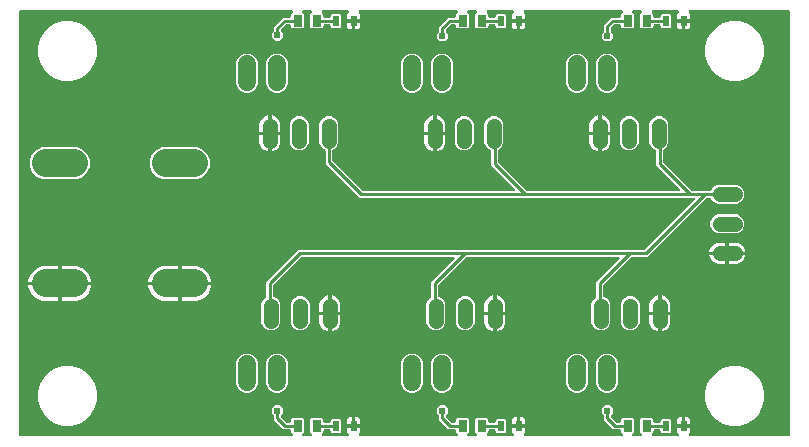
<source format=gbr>
G04 EAGLE Gerber RS-274X export*
G75*
%MOMM*%
%FSLAX34Y34*%
%LPD*%
%INTop Copper*%
%IPPOS*%
%AMOC8*
5,1,8,0,0,1.08239X$1,22.5*%
G01*
G04 Define Apertures*
%ADD10C,1.280000*%
%ADD11C,2.400000*%
%ADD12C,1.524000*%
%ADD13R,0.611800X0.911800*%
%ADD14R,0.798700X0.973900*%
%ADD15C,0.254000*%
%ADD16C,0.604000*%
G36*
X241149Y10261D02*
X240654Y10160D01*
X11430Y10160D01*
X10972Y10245D01*
X10546Y10518D01*
X10261Y10935D01*
X10160Y11430D01*
X10160Y369570D01*
X10245Y370028D01*
X10518Y370454D01*
X10935Y370739D01*
X11430Y370840D01*
X240654Y370840D01*
X241093Y370762D01*
X241523Y370496D01*
X241815Y370084D01*
X241924Y369590D01*
X241831Y369093D01*
X241552Y368672D01*
X240331Y367451D01*
X240331Y366014D01*
X240245Y365556D01*
X239973Y365130D01*
X239556Y364845D01*
X239061Y364744D01*
X233793Y364744D01*
X225806Y356757D01*
X225806Y353944D01*
X225713Y353468D01*
X225434Y353046D01*
X224056Y351668D01*
X224056Y347904D01*
X226718Y345242D01*
X230482Y345242D01*
X233144Y347904D01*
X233144Y351668D01*
X231780Y353032D01*
X231516Y353417D01*
X231408Y353910D01*
X231501Y354407D01*
X231780Y354828D01*
X235735Y358784D01*
X236138Y359055D01*
X236633Y359156D01*
X239061Y359156D01*
X239518Y359071D01*
X239944Y358798D01*
X240230Y358381D01*
X240331Y357886D01*
X240331Y356449D01*
X241223Y355557D01*
X250473Y355557D01*
X251366Y356449D01*
X251366Y367451D01*
X250144Y368672D01*
X249889Y369038D01*
X249773Y369530D01*
X249858Y370028D01*
X250130Y370454D01*
X250547Y370739D01*
X251042Y370840D01*
X256958Y370840D01*
X257397Y370762D01*
X257827Y370496D01*
X258119Y370084D01*
X258228Y369590D01*
X258135Y369093D01*
X257856Y368672D01*
X256635Y367451D01*
X256635Y356449D01*
X257527Y355557D01*
X266777Y355557D01*
X267670Y356449D01*
X267670Y357886D01*
X267755Y358344D01*
X268027Y358770D01*
X268444Y359055D01*
X268940Y359156D01*
X272397Y359156D01*
X272855Y359071D01*
X273281Y358798D01*
X273566Y358381D01*
X273667Y357886D01*
X273667Y356760D01*
X274560Y355867D01*
X281940Y355867D01*
X282833Y356760D01*
X282833Y367140D01*
X281940Y368033D01*
X274560Y368033D01*
X273667Y367140D01*
X273667Y366014D01*
X273582Y365556D01*
X273309Y365130D01*
X272892Y364845D01*
X272397Y364744D01*
X268940Y364744D01*
X268482Y364829D01*
X268056Y365102D01*
X267770Y365519D01*
X267670Y366014D01*
X267670Y367451D01*
X266448Y368672D01*
X266193Y369038D01*
X266077Y369530D01*
X266162Y370028D01*
X266434Y370454D01*
X266851Y370739D01*
X267346Y370840D01*
X287864Y370840D01*
X288303Y370762D01*
X288733Y370496D01*
X289025Y370084D01*
X289134Y369590D01*
X289041Y369093D01*
X288762Y368672D01*
X287651Y367561D01*
X287651Y363474D01*
X298849Y363474D01*
X298849Y367561D01*
X297738Y368672D01*
X297483Y369038D01*
X297367Y369530D01*
X297452Y370028D01*
X297724Y370454D01*
X298141Y370739D01*
X298636Y370840D01*
X380354Y370840D01*
X380793Y370762D01*
X381223Y370496D01*
X381515Y370084D01*
X381624Y369590D01*
X381531Y369093D01*
X381252Y368672D01*
X380031Y367451D01*
X380031Y366014D01*
X379945Y365556D01*
X379673Y365130D01*
X379256Y364845D01*
X378761Y364744D01*
X373493Y364744D01*
X365506Y356757D01*
X365506Y353408D01*
X365413Y352932D01*
X365134Y352510D01*
X363756Y351132D01*
X363756Y347368D01*
X366418Y344706D01*
X370182Y344706D01*
X372844Y347368D01*
X372844Y351132D01*
X371466Y352510D01*
X371195Y352913D01*
X371094Y353408D01*
X371094Y353917D01*
X371187Y354393D01*
X371466Y354815D01*
X375435Y358784D01*
X375838Y359055D01*
X376333Y359156D01*
X378761Y359156D01*
X379218Y359071D01*
X379644Y358798D01*
X379930Y358381D01*
X380031Y357886D01*
X380031Y356449D01*
X380923Y355557D01*
X390173Y355557D01*
X391066Y356449D01*
X391066Y367451D01*
X389844Y368672D01*
X389589Y369038D01*
X389473Y369530D01*
X389558Y370028D01*
X389830Y370454D01*
X390247Y370739D01*
X390742Y370840D01*
X396658Y370840D01*
X397097Y370762D01*
X397527Y370496D01*
X397819Y370084D01*
X397928Y369590D01*
X397835Y369093D01*
X397556Y368672D01*
X396335Y367451D01*
X396335Y356449D01*
X397227Y355557D01*
X406477Y355557D01*
X407370Y356449D01*
X407370Y357886D01*
X407455Y358344D01*
X407727Y358770D01*
X408144Y359055D01*
X408640Y359156D01*
X412097Y359156D01*
X412555Y359071D01*
X412981Y358798D01*
X413266Y358381D01*
X413367Y357886D01*
X413367Y356760D01*
X414260Y355867D01*
X421640Y355867D01*
X422533Y356760D01*
X422533Y367140D01*
X421640Y368033D01*
X414260Y368033D01*
X413367Y367140D01*
X413367Y366014D01*
X413282Y365556D01*
X413009Y365130D01*
X412592Y364845D01*
X412097Y364744D01*
X408640Y364744D01*
X408182Y364829D01*
X407756Y365102D01*
X407470Y365519D01*
X407370Y366014D01*
X407370Y367451D01*
X406148Y368672D01*
X405893Y369038D01*
X405777Y369530D01*
X405862Y370028D01*
X406134Y370454D01*
X406551Y370739D01*
X407046Y370840D01*
X427564Y370840D01*
X428003Y370762D01*
X428433Y370496D01*
X428725Y370084D01*
X428834Y369590D01*
X428741Y369093D01*
X428462Y368672D01*
X427351Y367561D01*
X427351Y363474D01*
X438549Y363474D01*
X438549Y367561D01*
X437438Y368672D01*
X437183Y369038D01*
X437067Y369530D01*
X437152Y370028D01*
X437424Y370454D01*
X437841Y370739D01*
X438336Y370840D01*
X520054Y370840D01*
X520493Y370762D01*
X520923Y370496D01*
X521215Y370084D01*
X521324Y369590D01*
X521231Y369093D01*
X520952Y368672D01*
X519731Y367451D01*
X519731Y366014D01*
X519645Y365556D01*
X519373Y365130D01*
X518956Y364845D01*
X518461Y364744D01*
X511391Y364744D01*
X505206Y358559D01*
X505206Y353408D01*
X505113Y352932D01*
X504834Y352510D01*
X503456Y351132D01*
X503456Y347368D01*
X506118Y344706D01*
X509882Y344706D01*
X512544Y347368D01*
X512544Y351132D01*
X511166Y352510D01*
X510895Y352913D01*
X510794Y353408D01*
X510794Y355719D01*
X510887Y356195D01*
X511166Y356617D01*
X513333Y358784D01*
X513736Y359055D01*
X514231Y359156D01*
X518461Y359156D01*
X518918Y359071D01*
X519344Y358798D01*
X519630Y358381D01*
X519731Y357886D01*
X519731Y356449D01*
X520623Y355557D01*
X529873Y355557D01*
X530766Y356449D01*
X530766Y367451D01*
X529544Y368672D01*
X529289Y369038D01*
X529173Y369530D01*
X529258Y370028D01*
X529530Y370454D01*
X529947Y370739D01*
X530442Y370840D01*
X536358Y370840D01*
X536797Y370762D01*
X537227Y370496D01*
X537519Y370084D01*
X537628Y369590D01*
X537535Y369093D01*
X537256Y368672D01*
X536035Y367451D01*
X536035Y356449D01*
X536927Y355557D01*
X546177Y355557D01*
X547070Y356449D01*
X547070Y357886D01*
X547155Y358344D01*
X547427Y358770D01*
X547844Y359055D01*
X548340Y359156D01*
X551797Y359156D01*
X552255Y359071D01*
X552681Y358798D01*
X552966Y358381D01*
X553067Y357886D01*
X553067Y356760D01*
X553960Y355867D01*
X561340Y355867D01*
X562233Y356760D01*
X562233Y367140D01*
X561340Y368033D01*
X553960Y368033D01*
X553067Y367140D01*
X553067Y366014D01*
X552982Y365556D01*
X552709Y365130D01*
X552292Y364845D01*
X551797Y364744D01*
X548340Y364744D01*
X547882Y364829D01*
X547456Y365102D01*
X547170Y365519D01*
X547070Y366014D01*
X547070Y367451D01*
X545848Y368672D01*
X545593Y369038D01*
X545477Y369530D01*
X545562Y370028D01*
X545834Y370454D01*
X546251Y370739D01*
X546746Y370840D01*
X567264Y370840D01*
X567703Y370762D01*
X568133Y370496D01*
X568425Y370084D01*
X568534Y369590D01*
X568441Y369093D01*
X568162Y368672D01*
X567051Y367561D01*
X567051Y363474D01*
X578249Y363474D01*
X578249Y367561D01*
X577138Y368672D01*
X576883Y369038D01*
X576767Y369530D01*
X576852Y370028D01*
X577124Y370454D01*
X577541Y370739D01*
X578036Y370840D01*
X661664Y370840D01*
X662122Y370754D01*
X662548Y370482D01*
X662834Y370065D01*
X662934Y369569D01*
X662746Y11429D01*
X662661Y10972D01*
X662388Y10546D01*
X661971Y10261D01*
X661476Y10160D01*
X578036Y10160D01*
X577597Y10238D01*
X577167Y10504D01*
X576875Y10916D01*
X576766Y11410D01*
X576859Y11907D01*
X577138Y12328D01*
X578249Y13439D01*
X578249Y17526D01*
X567051Y17526D01*
X567051Y13439D01*
X568162Y12328D01*
X568417Y11962D01*
X568533Y11470D01*
X568448Y10972D01*
X568176Y10546D01*
X567759Y10261D01*
X567264Y10160D01*
X546746Y10160D01*
X546307Y10238D01*
X545877Y10504D01*
X545585Y10916D01*
X545476Y11410D01*
X545569Y11907D01*
X545848Y12328D01*
X547070Y13549D01*
X547070Y14986D01*
X547155Y15444D01*
X547427Y15870D01*
X547844Y16155D01*
X548340Y16256D01*
X551797Y16256D01*
X552255Y16171D01*
X552681Y15898D01*
X552966Y15481D01*
X553067Y14986D01*
X553067Y13860D01*
X553960Y12967D01*
X561340Y12967D01*
X562233Y13860D01*
X562233Y24240D01*
X561340Y25133D01*
X553960Y25133D01*
X553067Y24240D01*
X553067Y23114D01*
X552982Y22656D01*
X552709Y22230D01*
X552292Y21945D01*
X551797Y21844D01*
X548340Y21844D01*
X547882Y21929D01*
X547456Y22202D01*
X547170Y22619D01*
X547070Y23114D01*
X547070Y24551D01*
X546177Y25444D01*
X536927Y25444D01*
X536035Y24551D01*
X536035Y13549D01*
X537256Y12328D01*
X537511Y11962D01*
X537627Y11470D01*
X537542Y10972D01*
X537270Y10546D01*
X536853Y10261D01*
X536358Y10160D01*
X530442Y10160D01*
X530003Y10238D01*
X529573Y10504D01*
X529281Y10916D01*
X529172Y11410D01*
X529265Y11907D01*
X529544Y12328D01*
X530766Y13549D01*
X530766Y24551D01*
X529873Y25444D01*
X520623Y25444D01*
X519731Y24551D01*
X519731Y23114D01*
X519645Y22656D01*
X519373Y22230D01*
X518956Y21945D01*
X518461Y21844D01*
X516033Y21844D01*
X515557Y21937D01*
X515135Y22216D01*
X511166Y26185D01*
X510895Y26588D01*
X510794Y27083D01*
X510794Y27592D01*
X510887Y28068D01*
X511166Y28490D01*
X512544Y29868D01*
X512544Y33632D01*
X509882Y36294D01*
X506118Y36294D01*
X503456Y33632D01*
X503456Y29868D01*
X504834Y28490D01*
X505105Y28087D01*
X505206Y27592D01*
X505206Y24243D01*
X513193Y16256D01*
X518461Y16256D01*
X518918Y16171D01*
X519344Y15898D01*
X519630Y15481D01*
X519731Y14986D01*
X519731Y13549D01*
X520952Y12328D01*
X521207Y11962D01*
X521323Y11470D01*
X521238Y10972D01*
X520966Y10546D01*
X520549Y10261D01*
X520054Y10160D01*
X438336Y10160D01*
X437897Y10238D01*
X437467Y10504D01*
X437175Y10916D01*
X437066Y11410D01*
X437159Y11907D01*
X437438Y12328D01*
X438549Y13439D01*
X438549Y17526D01*
X427351Y17526D01*
X427351Y13439D01*
X428462Y12328D01*
X428717Y11962D01*
X428833Y11470D01*
X428748Y10972D01*
X428476Y10546D01*
X428059Y10261D01*
X427564Y10160D01*
X407046Y10160D01*
X406607Y10238D01*
X406177Y10504D01*
X405885Y10916D01*
X405776Y11410D01*
X405869Y11907D01*
X406148Y12328D01*
X407370Y13549D01*
X407370Y14986D01*
X407455Y15444D01*
X407727Y15870D01*
X408144Y16155D01*
X408640Y16256D01*
X412097Y16256D01*
X412555Y16171D01*
X412981Y15898D01*
X413266Y15481D01*
X413367Y14986D01*
X413367Y13860D01*
X414260Y12967D01*
X421640Y12967D01*
X422533Y13860D01*
X422533Y24240D01*
X421640Y25133D01*
X414260Y25133D01*
X413367Y24240D01*
X413367Y23114D01*
X413282Y22656D01*
X413009Y22230D01*
X412592Y21945D01*
X412097Y21844D01*
X408640Y21844D01*
X408182Y21929D01*
X407756Y22202D01*
X407470Y22619D01*
X407370Y23114D01*
X407370Y24551D01*
X406477Y25444D01*
X397227Y25444D01*
X396335Y24551D01*
X396335Y13549D01*
X397556Y12328D01*
X397811Y11962D01*
X397927Y11470D01*
X397842Y10972D01*
X397570Y10546D01*
X397153Y10261D01*
X396658Y10160D01*
X390742Y10160D01*
X390303Y10238D01*
X389873Y10504D01*
X389581Y10916D01*
X389472Y11410D01*
X389565Y11907D01*
X389844Y12328D01*
X391066Y13549D01*
X391066Y24551D01*
X390173Y25444D01*
X380923Y25444D01*
X380031Y24551D01*
X380031Y23114D01*
X379945Y22656D01*
X379673Y22230D01*
X379256Y21945D01*
X378761Y21844D01*
X376333Y21844D01*
X375857Y21937D01*
X375435Y22216D01*
X371466Y26185D01*
X371195Y26588D01*
X371094Y27083D01*
X371094Y27592D01*
X371187Y28068D01*
X371466Y28490D01*
X372844Y29868D01*
X372844Y33632D01*
X370182Y36294D01*
X366418Y36294D01*
X363756Y33632D01*
X363756Y29868D01*
X365134Y28490D01*
X365405Y28087D01*
X365506Y27592D01*
X365506Y24243D01*
X373493Y16256D01*
X378761Y16256D01*
X379218Y16171D01*
X379644Y15898D01*
X379930Y15481D01*
X380031Y14986D01*
X380031Y13549D01*
X381252Y12328D01*
X381507Y11962D01*
X381623Y11470D01*
X381538Y10972D01*
X381266Y10546D01*
X380849Y10261D01*
X380354Y10160D01*
X298636Y10160D01*
X298197Y10238D01*
X297767Y10504D01*
X297475Y10916D01*
X297366Y11410D01*
X297459Y11907D01*
X297738Y12328D01*
X298849Y13439D01*
X298849Y17526D01*
X287651Y17526D01*
X287651Y13439D01*
X288762Y12328D01*
X289017Y11962D01*
X289133Y11470D01*
X289048Y10972D01*
X288776Y10546D01*
X288359Y10261D01*
X287864Y10160D01*
X267346Y10160D01*
X266907Y10238D01*
X266477Y10504D01*
X266185Y10916D01*
X266076Y11410D01*
X266169Y11907D01*
X266448Y12328D01*
X267670Y13549D01*
X267670Y14986D01*
X267755Y15444D01*
X268027Y15870D01*
X268444Y16155D01*
X268940Y16256D01*
X272397Y16256D01*
X272855Y16171D01*
X273281Y15898D01*
X273566Y15481D01*
X273667Y14986D01*
X273667Y13860D01*
X274560Y12967D01*
X281940Y12967D01*
X282833Y13860D01*
X282833Y24240D01*
X281940Y25133D01*
X274560Y25133D01*
X273667Y24240D01*
X273667Y23114D01*
X273582Y22656D01*
X273309Y22230D01*
X272892Y21945D01*
X272397Y21844D01*
X268940Y21844D01*
X268482Y21929D01*
X268056Y22202D01*
X267770Y22619D01*
X267670Y23114D01*
X267670Y24551D01*
X266777Y25444D01*
X257527Y25444D01*
X256635Y24551D01*
X256635Y13549D01*
X257856Y12328D01*
X258111Y11962D01*
X258227Y11470D01*
X258142Y10972D01*
X257870Y10546D01*
X257453Y10261D01*
X256958Y10160D01*
X251042Y10160D01*
X250603Y10238D01*
X250173Y10504D01*
X249881Y10916D01*
X249772Y11410D01*
X249865Y11907D01*
X250144Y12328D01*
X251366Y13549D01*
X251366Y24551D01*
X250473Y25444D01*
X241223Y25444D01*
X240331Y24551D01*
X240331Y23114D01*
X240245Y22656D01*
X239973Y22230D01*
X239556Y21945D01*
X239061Y21844D01*
X236633Y21844D01*
X236157Y21937D01*
X235735Y22216D01*
X231766Y26185D01*
X231495Y26588D01*
X231394Y27083D01*
X231394Y27592D01*
X231487Y28068D01*
X231766Y28490D01*
X233144Y29868D01*
X233144Y33632D01*
X230482Y36294D01*
X226718Y36294D01*
X224056Y33632D01*
X224056Y29868D01*
X225434Y28490D01*
X225705Y28087D01*
X225806Y27592D01*
X225806Y24243D01*
X233793Y16256D01*
X239061Y16256D01*
X239518Y16171D01*
X239944Y15898D01*
X240230Y15481D01*
X240331Y14986D01*
X240331Y13549D01*
X241552Y12328D01*
X241807Y11962D01*
X241923Y11470D01*
X241838Y10972D01*
X241566Y10546D01*
X241149Y10261D01*
G37*
%LPC*%
G36*
X47488Y311390D02*
X54112Y311390D01*
X60511Y313105D01*
X66249Y316417D01*
X70933Y321101D01*
X74245Y326839D01*
X75960Y333238D01*
X75960Y339862D01*
X74245Y346261D01*
X70933Y351999D01*
X66249Y356683D01*
X60511Y359995D01*
X54112Y361710D01*
X47488Y361710D01*
X41089Y359995D01*
X35351Y356683D01*
X30667Y351999D01*
X27355Y346261D01*
X25640Y339862D01*
X25640Y333238D01*
X27355Y326839D01*
X30667Y321101D01*
X35351Y316417D01*
X41089Y313105D01*
X47488Y311390D01*
G37*
G36*
X612638Y311390D02*
X619262Y311390D01*
X625661Y313105D01*
X631399Y316417D01*
X636083Y321101D01*
X639395Y326839D01*
X641110Y333238D01*
X641110Y339862D01*
X639395Y346261D01*
X636083Y351999D01*
X631399Y356683D01*
X625661Y359995D01*
X619262Y361710D01*
X612638Y361710D01*
X606239Y359995D01*
X600501Y356683D01*
X595817Y351999D01*
X592505Y346261D01*
X590790Y339862D01*
X590790Y333238D01*
X592505Y326839D01*
X595817Y321101D01*
X600501Y316417D01*
X606239Y313105D01*
X612638Y311390D01*
G37*
G36*
X574174Y354851D02*
X576761Y354851D01*
X578249Y356339D01*
X578249Y360426D01*
X574174Y360426D01*
X574174Y354851D01*
G37*
G36*
X568539Y354851D02*
X571126Y354851D01*
X571126Y360426D01*
X567051Y360426D01*
X567051Y356339D01*
X568539Y354851D01*
G37*
G36*
X434474Y354851D02*
X437061Y354851D01*
X438549Y356339D01*
X438549Y360426D01*
X434474Y360426D01*
X434474Y354851D01*
G37*
G36*
X428839Y354851D02*
X431426Y354851D01*
X431426Y360426D01*
X427351Y360426D01*
X427351Y356339D01*
X428839Y354851D01*
G37*
G36*
X294774Y354851D02*
X297361Y354851D01*
X298849Y356339D01*
X298849Y360426D01*
X294774Y360426D01*
X294774Y354851D01*
G37*
G36*
X289139Y354851D02*
X291726Y354851D01*
X291726Y360426D01*
X287651Y360426D01*
X287651Y356339D01*
X289139Y354851D01*
G37*
G36*
X201381Y300736D02*
X205019Y300736D01*
X208380Y302128D01*
X210952Y304700D01*
X212344Y308061D01*
X212344Y326939D01*
X210952Y330300D01*
X208380Y332872D01*
X205019Y334264D01*
X201381Y334264D01*
X198020Y332872D01*
X195448Y330300D01*
X194056Y326939D01*
X194056Y308061D01*
X195448Y304700D01*
X198020Y302128D01*
X201381Y300736D01*
G37*
G36*
X480781Y300736D02*
X484419Y300736D01*
X487780Y302128D01*
X490352Y304700D01*
X491744Y308061D01*
X491744Y326939D01*
X490352Y330300D01*
X487780Y332872D01*
X484419Y334264D01*
X480781Y334264D01*
X477420Y332872D01*
X474848Y330300D01*
X473456Y326939D01*
X473456Y308061D01*
X474848Y304700D01*
X477420Y302128D01*
X480781Y300736D01*
G37*
G36*
X506181Y300736D02*
X509819Y300736D01*
X513180Y302128D01*
X515752Y304700D01*
X517144Y308061D01*
X517144Y326939D01*
X515752Y330300D01*
X513180Y332872D01*
X509819Y334264D01*
X506181Y334264D01*
X502820Y332872D01*
X500248Y330300D01*
X498856Y326939D01*
X498856Y308061D01*
X500248Y304700D01*
X502820Y302128D01*
X506181Y300736D01*
G37*
G36*
X366481Y300736D02*
X370119Y300736D01*
X373480Y302128D01*
X376052Y304700D01*
X377444Y308061D01*
X377444Y326939D01*
X376052Y330300D01*
X373480Y332872D01*
X370119Y334264D01*
X366481Y334264D01*
X363120Y332872D01*
X360548Y330300D01*
X359156Y326939D01*
X359156Y308061D01*
X360548Y304700D01*
X363120Y302128D01*
X366481Y300736D01*
G37*
G36*
X341081Y300736D02*
X344719Y300736D01*
X348080Y302128D01*
X350652Y304700D01*
X352044Y308061D01*
X352044Y326939D01*
X350652Y330300D01*
X348080Y332872D01*
X344719Y334264D01*
X341081Y334264D01*
X337720Y332872D01*
X335148Y330300D01*
X333756Y326939D01*
X333756Y308061D01*
X335148Y304700D01*
X337720Y302128D01*
X341081Y300736D01*
G37*
G36*
X226781Y300736D02*
X230419Y300736D01*
X233780Y302128D01*
X236352Y304700D01*
X237744Y308061D01*
X237744Y326939D01*
X236352Y330300D01*
X233780Y332872D01*
X230419Y334264D01*
X226781Y334264D01*
X223420Y332872D01*
X220848Y330300D01*
X219456Y326939D01*
X219456Y308061D01*
X220848Y304700D01*
X223420Y302128D01*
X226781Y300736D01*
G37*
G36*
X213310Y268224D02*
X220726Y268224D01*
X220726Y282040D01*
X220472Y282040D01*
X217186Y280679D01*
X214671Y278164D01*
X213310Y274878D01*
X213310Y268224D01*
G37*
G36*
X353010Y268224D02*
X360426Y268224D01*
X360426Y282040D01*
X360172Y282040D01*
X356886Y280679D01*
X354371Y278164D01*
X353010Y274878D01*
X353010Y268224D01*
G37*
G36*
X492710Y268224D02*
X500126Y268224D01*
X500126Y282040D01*
X499872Y282040D01*
X496586Y280679D01*
X494071Y278164D01*
X492710Y274878D01*
X492710Y268224D01*
G37*
G36*
X503174Y268224D02*
X510590Y268224D01*
X510590Y274878D01*
X509229Y278164D01*
X506714Y280679D01*
X503428Y282040D01*
X503174Y282040D01*
X503174Y268224D01*
G37*
G36*
X223774Y268224D02*
X231190Y268224D01*
X231190Y274878D01*
X229829Y278164D01*
X227314Y280679D01*
X224028Y282040D01*
X223774Y282040D01*
X223774Y268224D01*
G37*
G36*
X363474Y268224D02*
X370890Y268224D01*
X370890Y274878D01*
X369529Y278164D01*
X367014Y280679D01*
X363728Y282040D01*
X363474Y282040D01*
X363474Y268224D01*
G37*
G36*
X221474Y99976D02*
X224626Y99976D01*
X227539Y101182D01*
X229768Y103411D01*
X230974Y106324D01*
X230974Y122276D01*
X229768Y125189D01*
X227539Y127418D01*
X225828Y128126D01*
X225430Y128387D01*
X225145Y128804D01*
X225044Y129300D01*
X225044Y138017D01*
X225137Y138493D01*
X225416Y138915D01*
X248435Y161934D01*
X248838Y162205D01*
X249333Y162306D01*
X377539Y162306D01*
X377978Y162228D01*
X378408Y161962D01*
X378700Y161550D01*
X378808Y161056D01*
X378716Y160559D01*
X378437Y160138D01*
X359156Y140857D01*
X359156Y128637D01*
X359067Y128170D01*
X358791Y127746D01*
X358372Y127463D01*
X358261Y127418D01*
X356032Y125189D01*
X354826Y122276D01*
X354826Y106324D01*
X356032Y103411D01*
X358261Y101182D01*
X361174Y99976D01*
X364326Y99976D01*
X367239Y101182D01*
X369468Y103411D01*
X370674Y106324D01*
X370674Y122276D01*
X369468Y125189D01*
X367239Y127418D01*
X365528Y128126D01*
X365130Y128387D01*
X364845Y128804D01*
X364744Y129300D01*
X364744Y138017D01*
X364837Y138493D01*
X365116Y138915D01*
X388135Y161934D01*
X388538Y162205D01*
X389033Y162306D01*
X517239Y162306D01*
X517678Y162228D01*
X518108Y161962D01*
X518400Y161550D01*
X518508Y161056D01*
X518416Y160559D01*
X518137Y160138D01*
X498856Y140857D01*
X498856Y128637D01*
X498767Y128170D01*
X498491Y127746D01*
X498072Y127463D01*
X497961Y127418D01*
X495732Y125189D01*
X494526Y122276D01*
X494526Y106324D01*
X495732Y103411D01*
X497961Y101182D01*
X500874Y99976D01*
X504026Y99976D01*
X506939Y101182D01*
X509168Y103411D01*
X510374Y106324D01*
X510374Y122276D01*
X509168Y125189D01*
X506939Y127418D01*
X505228Y128126D01*
X504830Y128387D01*
X504545Y128804D01*
X504444Y129300D01*
X504444Y138017D01*
X504537Y138493D01*
X504816Y138915D01*
X527835Y161934D01*
X528238Y162205D01*
X528733Y162306D01*
X541707Y162306D01*
X591335Y211934D01*
X591738Y212205D01*
X592233Y212306D01*
X594932Y212306D01*
X595399Y212217D01*
X595823Y211941D01*
X596105Y211522D01*
X596482Y210611D01*
X598711Y208382D01*
X601624Y207176D01*
X617576Y207176D01*
X620489Y208382D01*
X622718Y210611D01*
X623924Y213524D01*
X623924Y216676D01*
X622718Y219589D01*
X620489Y221818D01*
X617576Y223024D01*
X601624Y223024D01*
X598711Y221818D01*
X596482Y219589D01*
X596105Y218678D01*
X595844Y218280D01*
X595427Y217995D01*
X594932Y217894D01*
X579533Y217894D01*
X579057Y217987D01*
X578635Y218266D01*
X555616Y241285D01*
X555345Y241688D01*
X555244Y242183D01*
X555244Y252363D01*
X555333Y252831D01*
X555609Y253254D01*
X556028Y253537D01*
X556139Y253582D01*
X558368Y255811D01*
X559574Y258724D01*
X559574Y274676D01*
X558368Y277589D01*
X556139Y279818D01*
X553226Y281024D01*
X550074Y281024D01*
X547161Y279818D01*
X544932Y277589D01*
X543726Y274676D01*
X543726Y258724D01*
X544932Y255811D01*
X547161Y253582D01*
X548872Y252874D01*
X549270Y252613D01*
X549555Y252196D01*
X549656Y251701D01*
X549656Y239343D01*
X568937Y220062D01*
X569192Y219696D01*
X569308Y219204D01*
X569223Y218706D01*
X568951Y218280D01*
X568534Y217995D01*
X568039Y217894D01*
X439833Y217894D01*
X439357Y217987D01*
X438935Y218266D01*
X415916Y241285D01*
X415645Y241688D01*
X415544Y242183D01*
X415544Y252363D01*
X415633Y252831D01*
X415909Y253254D01*
X416328Y253537D01*
X416439Y253582D01*
X418668Y255811D01*
X419874Y258724D01*
X419874Y274676D01*
X418668Y277589D01*
X416439Y279818D01*
X413526Y281024D01*
X410374Y281024D01*
X407461Y279818D01*
X405232Y277589D01*
X404026Y274676D01*
X404026Y258724D01*
X405232Y255811D01*
X407461Y253582D01*
X409172Y252874D01*
X409570Y252613D01*
X409855Y252196D01*
X409956Y251701D01*
X409956Y239343D01*
X429237Y220062D01*
X429492Y219696D01*
X429608Y219204D01*
X429523Y218706D01*
X429251Y218280D01*
X428834Y217995D01*
X428339Y217894D01*
X300933Y217894D01*
X300457Y217987D01*
X300035Y218266D01*
X275416Y242885D01*
X275145Y243288D01*
X275044Y243783D01*
X275044Y252032D01*
X275133Y252499D01*
X275409Y252923D01*
X275828Y253205D01*
X276739Y253582D01*
X278968Y255811D01*
X280174Y258724D01*
X280174Y274676D01*
X278968Y277589D01*
X276739Y279818D01*
X273826Y281024D01*
X270674Y281024D01*
X267761Y279818D01*
X265532Y277589D01*
X264326Y274676D01*
X264326Y258724D01*
X265532Y255811D01*
X267761Y253582D01*
X268672Y253205D01*
X269070Y252944D01*
X269355Y252527D01*
X269456Y252032D01*
X269456Y240943D01*
X298093Y212306D01*
X580739Y212306D01*
X581178Y212228D01*
X581608Y211962D01*
X581900Y211550D01*
X582008Y211056D01*
X581916Y210559D01*
X581637Y210138D01*
X539765Y168266D01*
X539362Y167995D01*
X538867Y167894D01*
X246493Y167894D01*
X219456Y140857D01*
X219456Y128637D01*
X219367Y128170D01*
X219091Y127746D01*
X218672Y127463D01*
X218561Y127418D01*
X216332Y125189D01*
X215126Y122276D01*
X215126Y106324D01*
X216332Y103411D01*
X218561Y101182D01*
X221474Y99976D01*
G37*
G36*
X245674Y252376D02*
X248826Y252376D01*
X251739Y253582D01*
X253968Y255811D01*
X255174Y258724D01*
X255174Y274676D01*
X253968Y277589D01*
X251739Y279818D01*
X248826Y281024D01*
X245674Y281024D01*
X242761Y279818D01*
X240532Y277589D01*
X239326Y274676D01*
X239326Y258724D01*
X240532Y255811D01*
X242761Y253582D01*
X245674Y252376D01*
G37*
G36*
X385374Y252376D02*
X388526Y252376D01*
X391439Y253582D01*
X393668Y255811D01*
X394874Y258724D01*
X394874Y274676D01*
X393668Y277589D01*
X391439Y279818D01*
X388526Y281024D01*
X385374Y281024D01*
X382461Y279818D01*
X380232Y277589D01*
X379026Y274676D01*
X379026Y258724D01*
X380232Y255811D01*
X382461Y253582D01*
X385374Y252376D01*
G37*
G36*
X525074Y252376D02*
X528226Y252376D01*
X531139Y253582D01*
X533368Y255811D01*
X534574Y258724D01*
X534574Y274676D01*
X533368Y277589D01*
X531139Y279818D01*
X528226Y281024D01*
X525074Y281024D01*
X522161Y279818D01*
X519932Y277589D01*
X518726Y274676D01*
X518726Y258724D01*
X519932Y255811D01*
X522161Y253582D01*
X525074Y252376D01*
G37*
G36*
X360172Y251360D02*
X360426Y251360D01*
X360426Y265176D01*
X353010Y265176D01*
X353010Y258522D01*
X354371Y255236D01*
X356886Y252721D01*
X360172Y251360D01*
G37*
G36*
X363474Y251360D02*
X363728Y251360D01*
X367014Y252721D01*
X369529Y255236D01*
X370890Y258522D01*
X370890Y265176D01*
X363474Y265176D01*
X363474Y251360D01*
G37*
G36*
X499872Y251360D02*
X500126Y251360D01*
X500126Y265176D01*
X492710Y265176D01*
X492710Y258522D01*
X494071Y255236D01*
X496586Y252721D01*
X499872Y251360D01*
G37*
G36*
X220472Y251360D02*
X220726Y251360D01*
X220726Y265176D01*
X213310Y265176D01*
X213310Y258522D01*
X214671Y255236D01*
X217186Y252721D01*
X220472Y251360D01*
G37*
G36*
X223774Y251360D02*
X224028Y251360D01*
X227314Y252721D01*
X229829Y255236D01*
X231190Y258522D01*
X231190Y265176D01*
X223774Y265176D01*
X223774Y251360D01*
G37*
G36*
X503174Y251360D02*
X503428Y251360D01*
X506714Y252721D01*
X509229Y255236D01*
X510590Y258522D01*
X510590Y265176D01*
X503174Y265176D01*
X503174Y251360D01*
G37*
G36*
X131360Y227776D02*
X160740Y227776D01*
X165711Y229835D01*
X169515Y233639D01*
X171574Y238610D01*
X171574Y243990D01*
X169515Y248961D01*
X165711Y252765D01*
X160740Y254824D01*
X131360Y254824D01*
X126389Y252765D01*
X122585Y248961D01*
X120526Y243990D01*
X120526Y238610D01*
X122585Y233639D01*
X126389Y229835D01*
X131360Y227776D01*
G37*
G36*
X29760Y227776D02*
X59140Y227776D01*
X64111Y229835D01*
X67915Y233639D01*
X69974Y238610D01*
X69974Y243990D01*
X67915Y248961D01*
X64111Y252765D01*
X59140Y254824D01*
X29760Y254824D01*
X24789Y252765D01*
X20985Y248961D01*
X18926Y243990D01*
X18926Y238610D01*
X20985Y233639D01*
X24789Y229835D01*
X29760Y227776D01*
G37*
G36*
X601624Y182176D02*
X617576Y182176D01*
X620489Y183382D01*
X622718Y185611D01*
X623924Y188524D01*
X623924Y191676D01*
X622718Y194589D01*
X620489Y196818D01*
X617576Y198024D01*
X601624Y198024D01*
X598711Y196818D01*
X596482Y194589D01*
X595276Y191676D01*
X595276Y188524D01*
X596482Y185611D01*
X598711Y183382D01*
X601624Y182176D01*
G37*
G36*
X594260Y166624D02*
X608076Y166624D01*
X608076Y174040D01*
X601422Y174040D01*
X598136Y172679D01*
X595621Y170164D01*
X594260Y166878D01*
X594260Y166624D01*
G37*
G36*
X611124Y166624D02*
X624940Y166624D01*
X624940Y166878D01*
X623579Y170164D01*
X621064Y172679D01*
X617778Y174040D01*
X611124Y174040D01*
X611124Y166624D01*
G37*
G36*
X611124Y156160D02*
X617778Y156160D01*
X621064Y157521D01*
X623579Y160036D01*
X624940Y163322D01*
X624940Y163576D01*
X611124Y163576D01*
X611124Y156160D01*
G37*
G36*
X601422Y156160D02*
X608076Y156160D01*
X608076Y163576D01*
X594260Y163576D01*
X594260Y163322D01*
X595621Y160036D01*
X598136Y157521D01*
X601422Y156160D01*
G37*
G36*
X119510Y141224D02*
X144526Y141224D01*
X144526Y154240D01*
X131158Y154240D01*
X125814Y152026D01*
X121724Y147936D01*
X119510Y142592D01*
X119510Y141224D01*
G37*
G36*
X17910Y141224D02*
X42926Y141224D01*
X42926Y154240D01*
X29558Y154240D01*
X24214Y152026D01*
X20124Y147936D01*
X17910Y142592D01*
X17910Y141224D01*
G37*
G36*
X45974Y141224D02*
X70990Y141224D01*
X70990Y142592D01*
X68776Y147936D01*
X64686Y152026D01*
X59342Y154240D01*
X45974Y154240D01*
X45974Y141224D01*
G37*
G36*
X147574Y141224D02*
X172590Y141224D01*
X172590Y142592D01*
X170376Y147936D01*
X166286Y152026D01*
X160942Y154240D01*
X147574Y154240D01*
X147574Y141224D01*
G37*
G36*
X147574Y125160D02*
X160942Y125160D01*
X166286Y127374D01*
X170376Y131464D01*
X172590Y136808D01*
X172590Y138176D01*
X147574Y138176D01*
X147574Y125160D01*
G37*
G36*
X131158Y125160D02*
X144526Y125160D01*
X144526Y138176D01*
X119510Y138176D01*
X119510Y136808D01*
X121724Y131464D01*
X125814Y127374D01*
X131158Y125160D01*
G37*
G36*
X45974Y125160D02*
X59342Y125160D01*
X64686Y127374D01*
X68776Y131464D01*
X70990Y136808D01*
X70990Y138176D01*
X45974Y138176D01*
X45974Y125160D01*
G37*
G36*
X29558Y125160D02*
X42926Y125160D01*
X42926Y138176D01*
X17910Y138176D01*
X17910Y136808D01*
X20124Y131464D01*
X24214Y127374D01*
X29558Y125160D01*
G37*
G36*
X543510Y115824D02*
X550926Y115824D01*
X550926Y129640D01*
X550672Y129640D01*
X547386Y128279D01*
X544871Y125764D01*
X543510Y122478D01*
X543510Y115824D01*
G37*
G36*
X403810Y115824D02*
X411226Y115824D01*
X411226Y129640D01*
X410972Y129640D01*
X407686Y128279D01*
X405171Y125764D01*
X403810Y122478D01*
X403810Y115824D01*
G37*
G36*
X264110Y115824D02*
X271526Y115824D01*
X271526Y129640D01*
X271272Y129640D01*
X267986Y128279D01*
X265471Y125764D01*
X264110Y122478D01*
X264110Y115824D01*
G37*
G36*
X274574Y115824D02*
X281990Y115824D01*
X281990Y122478D01*
X280629Y125764D01*
X278114Y128279D01*
X274828Y129640D01*
X274574Y129640D01*
X274574Y115824D01*
G37*
G36*
X414274Y115824D02*
X421690Y115824D01*
X421690Y122478D01*
X420329Y125764D01*
X417814Y128279D01*
X414528Y129640D01*
X414274Y129640D01*
X414274Y115824D01*
G37*
G36*
X553974Y115824D02*
X561390Y115824D01*
X561390Y122478D01*
X560029Y125764D01*
X557514Y128279D01*
X554228Y129640D01*
X553974Y129640D01*
X553974Y115824D01*
G37*
G36*
X386174Y99976D02*
X389326Y99976D01*
X392239Y101182D01*
X394468Y103411D01*
X395674Y106324D01*
X395674Y122276D01*
X394468Y125189D01*
X392239Y127418D01*
X389326Y128624D01*
X386174Y128624D01*
X383261Y127418D01*
X381032Y125189D01*
X379826Y122276D01*
X379826Y106324D01*
X381032Y103411D01*
X383261Y101182D01*
X386174Y99976D01*
G37*
G36*
X525874Y99976D02*
X529026Y99976D01*
X531939Y101182D01*
X534168Y103411D01*
X535374Y106324D01*
X535374Y122276D01*
X534168Y125189D01*
X531939Y127418D01*
X529026Y128624D01*
X525874Y128624D01*
X522961Y127418D01*
X520732Y125189D01*
X519526Y122276D01*
X519526Y106324D01*
X520732Y103411D01*
X522961Y101182D01*
X525874Y99976D01*
G37*
G36*
X246474Y99976D02*
X249626Y99976D01*
X252539Y101182D01*
X254768Y103411D01*
X255974Y106324D01*
X255974Y122276D01*
X254768Y125189D01*
X252539Y127418D01*
X249626Y128624D01*
X246474Y128624D01*
X243561Y127418D01*
X241332Y125189D01*
X240126Y122276D01*
X240126Y106324D01*
X241332Y103411D01*
X243561Y101182D01*
X246474Y99976D01*
G37*
G36*
X271272Y98960D02*
X271526Y98960D01*
X271526Y112776D01*
X264110Y112776D01*
X264110Y106122D01*
X265471Y102836D01*
X267986Y100321D01*
X271272Y98960D01*
G37*
G36*
X553974Y98960D02*
X554228Y98960D01*
X557514Y100321D01*
X560029Y102836D01*
X561390Y106122D01*
X561390Y112776D01*
X553974Y112776D01*
X553974Y98960D01*
G37*
G36*
X550672Y98960D02*
X550926Y98960D01*
X550926Y112776D01*
X543510Y112776D01*
X543510Y106122D01*
X544871Y102836D01*
X547386Y100321D01*
X550672Y98960D01*
G37*
G36*
X414274Y98960D02*
X414528Y98960D01*
X417814Y100321D01*
X420329Y102836D01*
X421690Y106122D01*
X421690Y112776D01*
X414274Y112776D01*
X414274Y98960D01*
G37*
G36*
X410972Y98960D02*
X411226Y98960D01*
X411226Y112776D01*
X403810Y112776D01*
X403810Y106122D01*
X405171Y102836D01*
X407686Y100321D01*
X410972Y98960D01*
G37*
G36*
X274574Y98960D02*
X274828Y98960D01*
X278114Y100321D01*
X280629Y102836D01*
X281990Y106122D01*
X281990Y112776D01*
X274574Y112776D01*
X274574Y98960D01*
G37*
G36*
X480781Y46736D02*
X484419Y46736D01*
X487780Y48128D01*
X490352Y50700D01*
X491744Y54061D01*
X491744Y72939D01*
X490352Y76300D01*
X487780Y78872D01*
X484419Y80264D01*
X480781Y80264D01*
X477420Y78872D01*
X474848Y76300D01*
X473456Y72939D01*
X473456Y54061D01*
X474848Y50700D01*
X477420Y48128D01*
X480781Y46736D01*
G37*
G36*
X366481Y46736D02*
X370119Y46736D01*
X373480Y48128D01*
X376052Y50700D01*
X377444Y54061D01*
X377444Y72939D01*
X376052Y76300D01*
X373480Y78872D01*
X370119Y80264D01*
X366481Y80264D01*
X363120Y78872D01*
X360548Y76300D01*
X359156Y72939D01*
X359156Y54061D01*
X360548Y50700D01*
X363120Y48128D01*
X366481Y46736D01*
G37*
G36*
X341081Y46736D02*
X344719Y46736D01*
X348080Y48128D01*
X350652Y50700D01*
X352044Y54061D01*
X352044Y72939D01*
X350652Y76300D01*
X348080Y78872D01*
X344719Y80264D01*
X341081Y80264D01*
X337720Y78872D01*
X335148Y76300D01*
X333756Y72939D01*
X333756Y54061D01*
X335148Y50700D01*
X337720Y48128D01*
X341081Y46736D01*
G37*
G36*
X226781Y46736D02*
X230419Y46736D01*
X233780Y48128D01*
X236352Y50700D01*
X237744Y54061D01*
X237744Y72939D01*
X236352Y76300D01*
X233780Y78872D01*
X230419Y80264D01*
X226781Y80264D01*
X223420Y78872D01*
X220848Y76300D01*
X219456Y72939D01*
X219456Y54061D01*
X220848Y50700D01*
X223420Y48128D01*
X226781Y46736D01*
G37*
G36*
X201381Y46736D02*
X205019Y46736D01*
X208380Y48128D01*
X210952Y50700D01*
X212344Y54061D01*
X212344Y72939D01*
X210952Y76300D01*
X208380Y78872D01*
X205019Y80264D01*
X201381Y80264D01*
X198020Y78872D01*
X195448Y76300D01*
X194056Y72939D01*
X194056Y54061D01*
X195448Y50700D01*
X198020Y48128D01*
X201381Y46736D01*
G37*
G36*
X506181Y46736D02*
X509819Y46736D01*
X513180Y48128D01*
X515752Y50700D01*
X517144Y54061D01*
X517144Y72939D01*
X515752Y76300D01*
X513180Y78872D01*
X509819Y80264D01*
X506181Y80264D01*
X502820Y78872D01*
X500248Y76300D01*
X498856Y72939D01*
X498856Y54061D01*
X500248Y50700D01*
X502820Y48128D01*
X506181Y46736D01*
G37*
G36*
X612638Y19290D02*
X619262Y19290D01*
X625661Y21005D01*
X631399Y24317D01*
X636083Y29001D01*
X639395Y34739D01*
X641110Y41138D01*
X641110Y47762D01*
X639395Y54161D01*
X636083Y59899D01*
X631399Y64583D01*
X625661Y67895D01*
X619262Y69610D01*
X612638Y69610D01*
X606239Y67895D01*
X600501Y64583D01*
X595817Y59899D01*
X592505Y54161D01*
X590790Y47762D01*
X590790Y41138D01*
X592505Y34739D01*
X595817Y29001D01*
X600501Y24317D01*
X606239Y21005D01*
X612638Y19290D01*
G37*
G36*
X47488Y19290D02*
X54112Y19290D01*
X60511Y21005D01*
X66249Y24317D01*
X70933Y29001D01*
X74245Y34739D01*
X75960Y41138D01*
X75960Y47762D01*
X74245Y54161D01*
X70933Y59899D01*
X66249Y64583D01*
X60511Y67895D01*
X54112Y69610D01*
X47488Y69610D01*
X41089Y67895D01*
X35351Y64583D01*
X30667Y59899D01*
X27355Y54161D01*
X25640Y47762D01*
X25640Y41138D01*
X27355Y34739D01*
X30667Y29001D01*
X35351Y24317D01*
X41089Y21005D01*
X47488Y19290D01*
G37*
G36*
X287651Y20574D02*
X291726Y20574D01*
X291726Y26149D01*
X289139Y26149D01*
X287651Y24661D01*
X287651Y20574D01*
G37*
G36*
X427351Y20574D02*
X431426Y20574D01*
X431426Y26149D01*
X428839Y26149D01*
X427351Y24661D01*
X427351Y20574D01*
G37*
G36*
X567051Y20574D02*
X571126Y20574D01*
X571126Y26149D01*
X568539Y26149D01*
X567051Y24661D01*
X567051Y20574D01*
G37*
G36*
X574174Y20574D02*
X578249Y20574D01*
X578249Y24661D01*
X576761Y26149D01*
X574174Y26149D01*
X574174Y20574D01*
G37*
G36*
X434474Y20574D02*
X438549Y20574D01*
X438549Y24661D01*
X437061Y26149D01*
X434474Y26149D01*
X434474Y20574D01*
G37*
G36*
X294774Y20574D02*
X298849Y20574D01*
X298849Y24661D01*
X297361Y26149D01*
X294774Y26149D01*
X294774Y20574D01*
G37*
%LPD*%
D10*
X362750Y120700D02*
X362750Y107900D01*
X387750Y107900D02*
X387750Y120700D01*
X412750Y120700D02*
X412750Y107900D01*
X502450Y107900D02*
X502450Y120700D01*
X527450Y120700D02*
X527450Y107900D01*
X552450Y107900D02*
X552450Y120700D01*
X411950Y260300D02*
X411950Y273100D01*
X386950Y273100D02*
X386950Y260300D01*
X361950Y260300D02*
X361950Y273100D01*
X551650Y273100D02*
X551650Y260300D01*
X526650Y260300D02*
X526650Y273100D01*
X501650Y273100D02*
X501650Y260300D01*
D11*
X158050Y241300D02*
X134050Y241300D01*
X56450Y241300D02*
X32450Y241300D01*
X134050Y139700D02*
X158050Y139700D01*
X56450Y139700D02*
X32450Y139700D01*
D12*
X368300Y71120D02*
X368300Y55880D01*
X342900Y55880D02*
X342900Y71120D01*
X228600Y71120D02*
X228600Y55880D01*
X203200Y55880D02*
X203200Y71120D01*
X508000Y71120D02*
X508000Y55880D01*
X482600Y55880D02*
X482600Y71120D01*
X228600Y309880D02*
X228600Y325120D01*
X203200Y325120D02*
X203200Y309880D01*
X368300Y309880D02*
X368300Y325120D01*
X342900Y325120D02*
X342900Y309880D01*
X508000Y309880D02*
X508000Y325120D01*
X482600Y325120D02*
X482600Y309880D01*
D10*
X603200Y215100D02*
X616000Y215100D01*
X616000Y190100D02*
X603200Y190100D01*
X603200Y165100D02*
X616000Y165100D01*
X223050Y120700D02*
X223050Y107900D01*
X248050Y107900D02*
X248050Y120700D01*
X273050Y120700D02*
X273050Y107900D01*
X272250Y260300D02*
X272250Y273100D01*
X247250Y273100D02*
X247250Y260300D01*
X222250Y260300D02*
X222250Y273100D01*
D13*
X293250Y19050D03*
X278250Y19050D03*
X432950Y19050D03*
X417950Y19050D03*
X572650Y19050D03*
X557650Y19050D03*
X293250Y361950D03*
X278250Y361950D03*
X432950Y361950D03*
X417950Y361950D03*
X572650Y361950D03*
X557650Y361950D03*
D14*
X262152Y19050D03*
X245848Y19050D03*
X401852Y19050D03*
X385548Y19050D03*
X541552Y19050D03*
X525248Y19050D03*
X262152Y361950D03*
X245848Y361950D03*
X401852Y361950D03*
X385548Y361950D03*
X541552Y361950D03*
X525248Y361950D03*
D15*
X577850Y215100D02*
X609600Y215100D01*
X577850Y215100D02*
X438150Y215100D01*
X299250Y215100D01*
X272250Y242100D01*
X272250Y266700D01*
X411950Y266700D02*
X412750Y265900D01*
X412750Y240500D01*
X438150Y215100D01*
X551650Y266700D02*
X552450Y265900D01*
X552450Y240500D01*
X577850Y215100D01*
X590550Y215100D02*
X609600Y215100D01*
X590550Y215100D02*
X540550Y165100D01*
X527050Y165100D01*
X387350Y165100D01*
X247650Y165100D01*
X222250Y139700D01*
X222250Y115100D01*
X223050Y114300D01*
X361950Y115100D02*
X362750Y114300D01*
X361950Y115100D02*
X361950Y139700D01*
X387350Y165100D01*
X501650Y115100D02*
X502450Y114300D01*
X501650Y115100D02*
X501650Y139700D01*
X527050Y165100D01*
D16*
X228600Y31750D03*
D15*
X234950Y19050D02*
X245848Y19050D01*
X234950Y19050D02*
X228600Y25400D01*
X228600Y31750D01*
D16*
X508000Y31750D03*
D15*
X508000Y25400D01*
X514350Y19050D01*
X525248Y19050D01*
D16*
X368300Y31750D03*
D15*
X374650Y19050D02*
X385548Y19050D01*
X374650Y19050D02*
X368300Y25400D01*
X368300Y31750D01*
D16*
X228600Y349786D03*
D15*
X234950Y361950D02*
X245848Y361950D01*
X234950Y361950D02*
X228600Y355600D01*
X228600Y349786D01*
D16*
X508000Y349250D03*
D15*
X512548Y361950D02*
X525248Y361950D01*
X512548Y361950D02*
X508000Y357402D01*
X508000Y349250D01*
D16*
X368300Y349250D03*
D15*
X374650Y361950D02*
X385548Y361950D01*
X374650Y361950D02*
X368300Y355600D01*
X368300Y349250D01*
X278250Y19050D02*
X262152Y19050D01*
X401852Y19050D02*
X417950Y19050D01*
X541552Y19050D02*
X557650Y19050D01*
X278250Y361950D02*
X262152Y361950D01*
X401852Y361950D02*
X417950Y361950D01*
X541552Y361950D02*
X557650Y361950D01*
M02*

</source>
